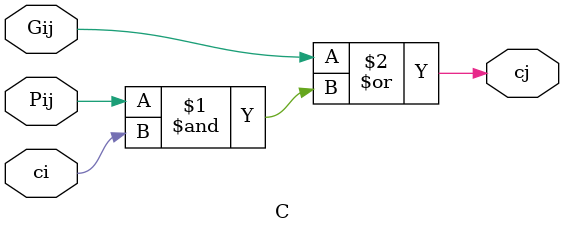
<source format=v>
module C(
    input Gij, Pij,
    input ci,
    output cj
);
    assign cj = Gij | ( Pij & ci );
endmodule
</source>
